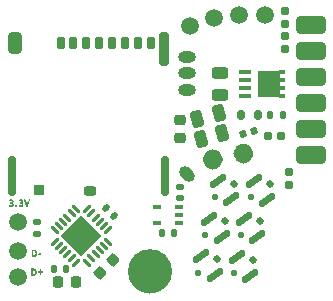
<source format=gbr>
%TF.GenerationSoftware,KiCad,Pcbnew,8.99.0-417-ga763d613e5*%
%TF.CreationDate,2024-07-02T15:16:59-04:00*%
%TF.ProjectId,kawaiiSD,6b617761-6969-4534-942e-6b696361645f,rev?*%
%TF.SameCoordinates,Original*%
%TF.FileFunction,Soldermask,Top*%
%TF.FilePolarity,Negative*%
%FSLAX46Y46*%
G04 Gerber Fmt 4.6, Leading zero omitted, Abs format (unit mm)*
G04 Created by KiCad (PCBNEW 8.99.0-417-ga763d613e5) date 2024-07-02 15:16:59*
%MOMM*%
%LPD*%
G01*
G04 APERTURE LIST*
G04 Aperture macros list*
%AMRoundRect*
0 Rectangle with rounded corners*
0 $1 Rounding radius*
0 $2 $3 $4 $5 $6 $7 $8 $9 X,Y pos of 4 corners*
0 Add a 4 corners polygon primitive as box body*
4,1,4,$2,$3,$4,$5,$6,$7,$8,$9,$2,$3,0*
0 Add four circle primitives for the rounded corners*
1,1,$1+$1,$2,$3*
1,1,$1+$1,$4,$5*
1,1,$1+$1,$6,$7*
1,1,$1+$1,$8,$9*
0 Add four rect primitives between the rounded corners*
20,1,$1+$1,$2,$3,$4,$5,0*
20,1,$1+$1,$4,$5,$6,$7,0*
20,1,$1+$1,$6,$7,$8,$9,0*
20,1,$1+$1,$8,$9,$2,$3,0*%
%AMHorizOval*
0 Thick line with rounded ends*
0 $1 width*
0 $2 $3 position (X,Y) of the first rounded end (center of the circle)*
0 $4 $5 position (X,Y) of the second rounded end (center of the circle)*
0 Add line between two ends*
20,1,$1,$2,$3,$4,$5,0*
0 Add two circle primitives to create the rounded ends*
1,1,$1,$2,$3*
1,1,$1,$4,$5*%
G04 Aperture macros list end*
%ADD10C,1.900000*%
%ADD11C,0.855000*%
%ADD12C,0.880000*%
%ADD13C,0.125000*%
%ADD14HorizOval,1.000000X-0.176777X0.176777X0.176777X-0.176777X0*%
%ADD15O,1.500000X1.000000*%
%ADD16C,1.500000*%
%ADD17RoundRect,0.100000X0.225000X0.100000X-0.225000X0.100000X-0.225000X-0.100000X0.225000X-0.100000X0*%
%ADD18RoundRect,0.175000X0.175000X-0.175000X0.175000X0.175000X-0.175000X0.175000X-0.175000X-0.175000X0*%
%ADD19RoundRect,0.137500X0.019427X0.211979X-0.205840X0.054245X-0.019427X-0.211979X0.205840X-0.054245X0*%
%ADD20RoundRect,0.145000X0.611522X0.251180X0.445184X0.488734X-0.611522X-0.251180X-0.445184X-0.488734X0*%
%ADD21RoundRect,0.125000X0.174091X-0.030697X0.030697X0.174091X-0.174091X0.030697X-0.030697X-0.174091X0*%
%ADD22RoundRect,0.150000X-0.150000X-0.250000X0.150000X-0.250000X0.150000X0.250000X-0.150000X0.250000X0*%
%ADD23RoundRect,0.140000X0.170000X-0.140000X0.170000X0.140000X-0.170000X0.140000X-0.170000X-0.140000X0*%
%ADD24RoundRect,0.225000X0.017678X-0.335876X0.335876X-0.017678X-0.017678X0.335876X-0.335876X0.017678X0*%
%ADD25RoundRect,0.300000X-0.950000X-0.450000X0.950000X-0.450000X0.950000X0.450000X-0.950000X0.450000X0*%
%ADD26RoundRect,0.101250X0.393750X-0.101250X0.393750X0.101250X-0.393750X0.101250X-0.393750X-0.101250X0*%
%ADD27RoundRect,0.101250X0.153750X-0.101250X0.153750X0.101250X-0.153750X0.101250X-0.153750X-0.101250X0*%
%ADD28RoundRect,0.095000X-0.855000X-1.022500X0.855000X-1.022500X0.855000X1.022500X-0.855000X1.022500X0*%
%ADD29RoundRect,0.140000X-0.219203X-0.021213X-0.021213X-0.219203X0.219203X0.021213X0.021213X0.219203X0*%
%ADD30RoundRect,0.175000X0.175000X0.175000X-0.175000X0.175000X-0.175000X-0.175000X0.175000X-0.175000X0*%
%ADD31RoundRect,0.140000X-0.091230X-0.200442X0.179229X-0.127973X0.091230X0.200442X-0.179229X0.127973X0*%
%ADD32RoundRect,0.062500X-0.220971X-0.309359X0.309359X0.220971X0.220971X0.309359X-0.309359X-0.220971X0*%
%ADD33RoundRect,0.062500X0.220971X-0.309359X0.309359X-0.220971X-0.220971X0.309359X-0.309359X0.220971X0*%
%ADD34RoundRect,0.187500X0.000000X-1.502602X1.502602X0.000000X0.000000X1.502602X-1.502602X0.000000X0*%
%ADD35RoundRect,0.140000X-0.140000X-0.170000X0.140000X-0.170000X0.140000X0.170000X-0.140000X0.170000X0*%
%ADD36RoundRect,0.175000X-0.175000X-0.375000X0.175000X-0.375000X0.175000X0.375000X-0.175000X0.375000X0*%
%ADD37RoundRect,0.225000X-0.225000X-0.240000X0.225000X-0.240000X0.225000X0.240000X-0.225000X0.240000X0*%
%ADD38RoundRect,0.195000X0.330000X-0.195000X0.330000X0.195000X-0.330000X0.195000X-0.330000X-0.195000X0*%
%ADD39RoundRect,0.175000X-0.175000X-1.490000X0.175000X-1.490000X0.175000X1.490000X-0.175000X1.490000X0*%
%ADD40RoundRect,0.215000X-0.215000X-1.185000X0.215000X-1.185000X0.215000X1.185000X-0.215000X1.185000X0*%
%ADD41RoundRect,0.285000X-0.285000X-0.630000X0.285000X-0.630000X0.285000X0.630000X-0.285000X0.630000X0*%
%ADD42RoundRect,0.250000X0.118542X0.523520X-0.364421X0.394110X-0.118542X-0.523520X0.364421X-0.394110X0*%
%ADD43RoundRect,0.243750X-0.456250X0.243750X-0.456250X-0.243750X0.456250X-0.243750X0.456250X0.243750X0*%
%ADD44RoundRect,0.175000X-0.175000X-0.175000X0.175000X-0.175000X0.175000X0.175000X-0.175000X0.175000X0*%
%ADD45RoundRect,0.140000X0.140000X0.170000X-0.140000X0.170000X-0.140000X-0.170000X0.140000X-0.170000X0*%
%ADD46RoundRect,0.225000X-0.250000X0.225000X-0.250000X-0.225000X0.250000X-0.225000X0.250000X0.225000X0*%
%ADD47RoundRect,0.225000X0.225000X0.250000X-0.225000X0.250000X-0.225000X-0.250000X0.225000X-0.250000X0*%
%ADD48RoundRect,0.135000X-0.135000X-0.185000X0.135000X-0.185000X0.135000X0.185000X-0.135000X0.185000X0*%
G04 APERTURE END LIST*
D10*
X159077131Y-122980230D02*
G75*
G02*
X157177131Y-122980230I-950000J0D01*
G01*
X157177131Y-122980230D02*
G75*
G02*
X159077131Y-122980230I950000J0D01*
G01*
D11*
X166467541Y-113004906D02*
G75*
G02*
X165612541Y-113004906I-427500J0D01*
G01*
X165612541Y-113004906D02*
G75*
G02*
X166467541Y-113004906I427500J0D01*
G01*
D12*
X163880041Y-113504906D02*
G75*
G02*
X163000041Y-113504906I-440000J0D01*
G01*
X163000041Y-113504906D02*
G75*
G02*
X163880041Y-113504906I440000J0D01*
G01*
D13*
G36*
X148241307Y-122729855D02*
G01*
X148275492Y-122732049D01*
X148308027Y-122736483D01*
X148338822Y-122743208D01*
X148367788Y-122752270D01*
X148394835Y-122763720D01*
X148431609Y-122785479D01*
X148463558Y-122812886D01*
X148490379Y-122846104D01*
X148505261Y-122871561D01*
X148517639Y-122899723D01*
X148527422Y-122930639D01*
X148534522Y-122964360D01*
X148538848Y-123000932D01*
X148540310Y-123040407D01*
X148538850Y-123079947D01*
X148534539Y-123116705D01*
X148527478Y-123150715D01*
X148517772Y-123182006D01*
X148505520Y-123210612D01*
X148490827Y-123236564D01*
X148464434Y-123270584D01*
X148433122Y-123298812D01*
X148397237Y-123321353D01*
X148357125Y-123338316D01*
X148328207Y-123346578D01*
X148297665Y-123352440D01*
X148265604Y-123355934D01*
X148232124Y-123357092D01*
X148085872Y-123357092D01*
X148078637Y-123356697D01*
X148052258Y-123343338D01*
X148043813Y-123315033D01*
X148043813Y-122849751D01*
X148194315Y-122849751D01*
X148194315Y-123236045D01*
X148214392Y-123236045D01*
X148241938Y-123234777D01*
X148275890Y-123228804D01*
X148306222Y-123217326D01*
X148332442Y-123199678D01*
X148354058Y-123175197D01*
X148370580Y-123143218D01*
X148379333Y-123113913D01*
X148384736Y-123079736D01*
X148386583Y-123040407D01*
X148385757Y-123013657D01*
X148381516Y-122978064D01*
X148373857Y-122947618D01*
X148358685Y-122914458D01*
X148338297Y-122889080D01*
X148313182Y-122870701D01*
X148283832Y-122858541D01*
X148250738Y-122851818D01*
X148214392Y-122849751D01*
X148194315Y-122849751D01*
X148043813Y-122849751D01*
X148043813Y-122771642D01*
X148044212Y-122764408D01*
X148057628Y-122738028D01*
X148085872Y-122729583D01*
X148223625Y-122729583D01*
X148241307Y-122729855D01*
G37*
G36*
X148658426Y-123087887D02*
G01*
X148784455Y-123087887D01*
X148784455Y-123221537D01*
X148792840Y-123249721D01*
X148819136Y-123263054D01*
X148826367Y-123263449D01*
X148851573Y-123263449D01*
X148879878Y-123255064D01*
X148893236Y-123228768D01*
X148893632Y-123221537D01*
X148893632Y-123087887D01*
X149020394Y-123087887D01*
X149048698Y-123079490D01*
X149062057Y-123053097D01*
X149062452Y-123045829D01*
X149062452Y-123024873D01*
X149054055Y-122996629D01*
X149027662Y-122983213D01*
X149020394Y-122982814D01*
X148893632Y-122982814D01*
X148893632Y-122848432D01*
X148885234Y-122820248D01*
X148858841Y-122806915D01*
X148851573Y-122806520D01*
X148826367Y-122806520D01*
X148798183Y-122814905D01*
X148784850Y-122841201D01*
X148784455Y-122848432D01*
X148784455Y-122982814D01*
X148658426Y-122982814D01*
X148630121Y-122991259D01*
X148616762Y-123017639D01*
X148616367Y-123024873D01*
X148616367Y-123045829D01*
X148624764Y-123074134D01*
X148651158Y-123087492D01*
X148658426Y-123087887D01*
G37*
G36*
X148293988Y-121132240D02*
G01*
X148328173Y-121134434D01*
X148360708Y-121138868D01*
X148391503Y-121145593D01*
X148420469Y-121154655D01*
X148447516Y-121166105D01*
X148484290Y-121187864D01*
X148516239Y-121215271D01*
X148543060Y-121248489D01*
X148557942Y-121273946D01*
X148570320Y-121302108D01*
X148580103Y-121333024D01*
X148587203Y-121366745D01*
X148591529Y-121403317D01*
X148592991Y-121442792D01*
X148591531Y-121482332D01*
X148587220Y-121519090D01*
X148580159Y-121553100D01*
X148570453Y-121584391D01*
X148558201Y-121612997D01*
X148543508Y-121638949D01*
X148517115Y-121672969D01*
X148485803Y-121701197D01*
X148449918Y-121723738D01*
X148409806Y-121740701D01*
X148380888Y-121748963D01*
X148350346Y-121754825D01*
X148318285Y-121758319D01*
X148284805Y-121759477D01*
X148138553Y-121759477D01*
X148131318Y-121759082D01*
X148104939Y-121745723D01*
X148096494Y-121717418D01*
X148096494Y-121252136D01*
X148246996Y-121252136D01*
X148246996Y-121638430D01*
X148267073Y-121638430D01*
X148294619Y-121637162D01*
X148328571Y-121631189D01*
X148358903Y-121619711D01*
X148385123Y-121602063D01*
X148406739Y-121577582D01*
X148423261Y-121545603D01*
X148432014Y-121516298D01*
X148437417Y-121482121D01*
X148439264Y-121442792D01*
X148438438Y-121416042D01*
X148434197Y-121380449D01*
X148426538Y-121350003D01*
X148411366Y-121316843D01*
X148390978Y-121291465D01*
X148365863Y-121273086D01*
X148336513Y-121260926D01*
X148303419Y-121254203D01*
X148267073Y-121252136D01*
X148246996Y-121252136D01*
X148096494Y-121252136D01*
X148096494Y-121174027D01*
X148096893Y-121166793D01*
X148110309Y-121140413D01*
X148138553Y-121131968D01*
X148276306Y-121131968D01*
X148293988Y-121132240D01*
G37*
G36*
X148678280Y-121502289D02*
G01*
X148678280Y-121523245D01*
X148686678Y-121551550D01*
X148713071Y-121564909D01*
X148720339Y-121565304D01*
X148874066Y-121565304D01*
X148902250Y-121556906D01*
X148915582Y-121530513D01*
X148915978Y-121523245D01*
X148915978Y-121502289D01*
X148907592Y-121474045D01*
X148881296Y-121460629D01*
X148874066Y-121460231D01*
X148720339Y-121460231D01*
X148692034Y-121468675D01*
X148678676Y-121495055D01*
X148678280Y-121502289D01*
G37*
G36*
X146377574Y-117524245D02*
G01*
X146411988Y-117522529D01*
X146445034Y-117517428D01*
X146476272Y-117509010D01*
X146505261Y-117497344D01*
X146531561Y-117482499D01*
X146554731Y-117464543D01*
X146579994Y-117435883D01*
X146597865Y-117401980D01*
X146605791Y-117373209D01*
X146608530Y-117341649D01*
X146604912Y-117305890D01*
X146594566Y-117274573D01*
X146578258Y-117247674D01*
X146556753Y-117225169D01*
X146530814Y-117207036D01*
X146501208Y-117193250D01*
X146488509Y-117188948D01*
X146488509Y-117184698D01*
X146517171Y-117170481D01*
X146541041Y-117153239D01*
X146563321Y-117128828D01*
X146578614Y-117100677D01*
X146586876Y-117069121D01*
X146588453Y-117046359D01*
X146586249Y-117016200D01*
X146576695Y-116980305D01*
X146560012Y-116949438D01*
X146536673Y-116923698D01*
X146507150Y-116903189D01*
X146471916Y-116888010D01*
X146442027Y-116880186D01*
X146409389Y-116875460D01*
X146374204Y-116873875D01*
X146341434Y-116875794D01*
X146310133Y-116881441D01*
X146280162Y-116890646D01*
X146251380Y-116903241D01*
X146223649Y-116919060D01*
X146214615Y-116925019D01*
X146196395Y-116948562D01*
X146203415Y-116977813D01*
X146207874Y-116983931D01*
X146229709Y-117010895D01*
X146255075Y-117027521D01*
X146284256Y-117019555D01*
X146288474Y-117016757D01*
X146314400Y-117002104D01*
X146343693Y-116992709D01*
X146367462Y-116990525D01*
X146398088Y-116994906D01*
X146424712Y-117012252D01*
X146437657Y-117042011D01*
X146438830Y-117057204D01*
X146433887Y-117086359D01*
X146414564Y-117112501D01*
X146387454Y-117127250D01*
X146354523Y-117135551D01*
X146341377Y-117137364D01*
X146312470Y-117147274D01*
X146298762Y-117175550D01*
X146298586Y-117180449D01*
X146298586Y-117204042D01*
X146308370Y-117233455D01*
X146337057Y-117246530D01*
X146342257Y-117247127D01*
X146374249Y-117250754D01*
X146405616Y-117258292D01*
X146432128Y-117271531D01*
X146451871Y-117295844D01*
X146458109Y-117327163D01*
X146458174Y-117331537D01*
X146451362Y-117362642D01*
X146432034Y-117385063D01*
X146401853Y-117398637D01*
X146367847Y-117403126D01*
X146362480Y-117403198D01*
X146330330Y-117399631D01*
X146299995Y-117389431D01*
X146274111Y-117375200D01*
X146265760Y-117369493D01*
X146237645Y-117358858D01*
X146210039Y-117373229D01*
X146206995Y-117377113D01*
X146186039Y-117405836D01*
X146175276Y-117434536D01*
X146189198Y-117462145D01*
X146191021Y-117463721D01*
X146217874Y-117483347D01*
X146248373Y-117499487D01*
X146276643Y-117510057D01*
X146307564Y-117517823D01*
X146341190Y-117522610D01*
X146377574Y-117524245D01*
G37*
G36*
X146802117Y-117523219D02*
G01*
X146833587Y-117517625D01*
X146859658Y-117502113D01*
X146878802Y-117478589D01*
X146889492Y-117448957D01*
X146891217Y-117430016D01*
X146886044Y-117397840D01*
X146871543Y-117370800D01*
X146849243Y-117350711D01*
X146820672Y-117339385D01*
X146802117Y-117337546D01*
X146770372Y-117343050D01*
X146744332Y-117358353D01*
X146725368Y-117381643D01*
X146714852Y-117411106D01*
X146713164Y-117430016D01*
X146718237Y-117462282D01*
X146732541Y-117489530D01*
X146754705Y-117509853D01*
X146783358Y-117521348D01*
X146802117Y-117523219D01*
G37*
G36*
X147183575Y-117524245D02*
G01*
X147217990Y-117522529D01*
X147251036Y-117517428D01*
X147282274Y-117509010D01*
X147311263Y-117497344D01*
X147337562Y-117482499D01*
X147360732Y-117464543D01*
X147385995Y-117435883D01*
X147403867Y-117401980D01*
X147411792Y-117373209D01*
X147414532Y-117341649D01*
X147410913Y-117305890D01*
X147400567Y-117274573D01*
X147384260Y-117247674D01*
X147362754Y-117225169D01*
X147336816Y-117207036D01*
X147307209Y-117193250D01*
X147294511Y-117188948D01*
X147294511Y-117184698D01*
X147323173Y-117170481D01*
X147347042Y-117153239D01*
X147369322Y-117128828D01*
X147384616Y-117100677D01*
X147392877Y-117069121D01*
X147394455Y-117046359D01*
X147392251Y-117016200D01*
X147382696Y-116980305D01*
X147366013Y-116949438D01*
X147342674Y-116923698D01*
X147313152Y-116903189D01*
X147277918Y-116888010D01*
X147248028Y-116880186D01*
X147215391Y-116875460D01*
X147180205Y-116873875D01*
X147147436Y-116875794D01*
X147116135Y-116881441D01*
X147086163Y-116890646D01*
X147057381Y-116903241D01*
X147029651Y-116919060D01*
X147020617Y-116925019D01*
X147002397Y-116948562D01*
X147009416Y-116977813D01*
X147013876Y-116983931D01*
X147035711Y-117010895D01*
X147061076Y-117027521D01*
X147090258Y-117019555D01*
X147094476Y-117016757D01*
X147120402Y-117002104D01*
X147149694Y-116992709D01*
X147173464Y-116990525D01*
X147204090Y-116994906D01*
X147230714Y-117012252D01*
X147243658Y-117042011D01*
X147244832Y-117057204D01*
X147239888Y-117086359D01*
X147220565Y-117112501D01*
X147193456Y-117127250D01*
X147160524Y-117135551D01*
X147147379Y-117137364D01*
X147118472Y-117147274D01*
X147104764Y-117175550D01*
X147104587Y-117180449D01*
X147104587Y-117204042D01*
X147114371Y-117233455D01*
X147143058Y-117246530D01*
X147148258Y-117247127D01*
X147180251Y-117250754D01*
X147211617Y-117258292D01*
X147238130Y-117271531D01*
X147257872Y-117295844D01*
X147264110Y-117327163D01*
X147264176Y-117331537D01*
X147257364Y-117362642D01*
X147238036Y-117385063D01*
X147207854Y-117398637D01*
X147173849Y-117403126D01*
X147168481Y-117403198D01*
X147136332Y-117399631D01*
X147105996Y-117389431D01*
X147080112Y-117375200D01*
X147071761Y-117369493D01*
X147043646Y-117358858D01*
X147016041Y-117373229D01*
X147012996Y-117377113D01*
X146992040Y-117405836D01*
X146981277Y-117434536D01*
X146995199Y-117462145D01*
X146997023Y-117463721D01*
X147023875Y-117483347D01*
X147054375Y-117499487D01*
X147082645Y-117510057D01*
X147113566Y-117517823D01*
X147147191Y-117522610D01*
X147183575Y-117524245D01*
G37*
G36*
X147466995Y-116934545D02*
G01*
X147629221Y-117480135D01*
X147645028Y-117505504D01*
X147674737Y-117515418D01*
X147676995Y-117515452D01*
X147783680Y-117515452D01*
X147812749Y-117507709D01*
X147830939Y-117482312D01*
X147831601Y-117480135D01*
X147993827Y-116936597D01*
X147992681Y-116905596D01*
X147966555Y-116890035D01*
X147958509Y-116889555D01*
X147893003Y-116889555D01*
X147863734Y-116897132D01*
X147846541Y-116923431D01*
X147845962Y-116925752D01*
X147784559Y-117175173D01*
X147776640Y-117206479D01*
X147769202Y-117237467D01*
X147761997Y-117268336D01*
X147754778Y-117299283D01*
X147747296Y-117330507D01*
X147739302Y-117362205D01*
X147735906Y-117375061D01*
X147731656Y-117375061D01*
X147723737Y-117343118D01*
X147716299Y-117311728D01*
X147709094Y-117280694D01*
X147701875Y-117249818D01*
X147694393Y-117218901D01*
X147686399Y-117187746D01*
X147683003Y-117175173D01*
X147620721Y-116925752D01*
X147605903Y-116899635D01*
X147578298Y-116889693D01*
X147573680Y-116889555D01*
X147502312Y-116889555D01*
X147472713Y-116897711D01*
X147465217Y-116926779D01*
X147466995Y-116934545D01*
G37*
D14*
%TO.C,TP6*%
X161290041Y-114754906D03*
%TD*%
D15*
%TO.C,TP4*%
X161240041Y-104804906D03*
%TD*%
%TO.C,TP5*%
X161240041Y-107604906D03*
%TD*%
%TO.C,TP10*%
X161240041Y-106204906D03*
%TD*%
D16*
%TO.C,TP19*%
X167840041Y-101304906D03*
%TD*%
D17*
%TO.C,U3*%
X160590041Y-118854906D03*
X160590039Y-118204907D03*
X160590041Y-117554906D03*
X158690041Y-117554906D03*
X158690041Y-118854906D03*
%TD*%
D18*
%TO.C,D9*%
X168090041Y-111504906D03*
X169190041Y-111504906D03*
%TD*%
D16*
%TO.C,TP25*%
X161494403Y-102235145D03*
%TD*%
%TO.C,TP1*%
X146943248Y-123480230D03*
%TD*%
D19*
%TO.C,J5*%
X163838715Y-121945668D03*
D20*
X162489408Y-121718521D03*
D21*
X162220889Y-123078482D03*
D20*
X163590674Y-123291291D03*
%TD*%
D22*
%TO.C,Z1*%
X165840041Y-109774906D03*
X167240041Y-109774906D03*
%TD*%
D23*
%TO.C,C12*%
X160640041Y-116784908D03*
X160640041Y-115824904D03*
%TD*%
D19*
%TO.C,J3*%
X166856490Y-121988488D03*
D20*
X165507183Y-121761341D03*
D21*
X165238664Y-123121302D03*
D20*
X166608449Y-123334111D03*
%TD*%
D24*
%TO.C,C4*%
X153863006Y-123128238D03*
X154959022Y-122032222D03*
%TD*%
D25*
%TO.C,VIN1*%
X171740041Y-106504906D03*
%TD*%
D26*
%TO.C,Q1*%
X166205041Y-106114906D03*
X166205041Y-106774906D03*
X166205041Y-107434906D03*
X166205041Y-108094906D03*
D27*
X169315041Y-108094906D03*
X169315041Y-107434906D03*
X169315041Y-106774906D03*
X169315041Y-106114906D03*
D28*
X168240041Y-107104906D03*
%TD*%
D29*
%TO.C,C5*%
X154408568Y-117590559D03*
X155087390Y-118269381D03*
%TD*%
D30*
%TO.C,D7*%
X169540041Y-102054906D03*
X169540041Y-100954906D03*
%TD*%
D31*
%TO.C,C9*%
X166017989Y-111334237D03*
X166945277Y-111085769D03*
%TD*%
D30*
%TO.C,D8*%
X169940041Y-115654906D03*
X169940041Y-114554906D03*
%TD*%
D16*
%TO.C,TP24*%
X163533275Y-101559043D03*
%TD*%
D25*
%TO.C,TP22*%
X171740041Y-113104906D03*
%TD*%
D32*
%TO.C,U1*%
X150073228Y-120466366D03*
X150426782Y-120819919D03*
X150780335Y-121173473D03*
X151133888Y-121527026D03*
X151487442Y-121880579D03*
X151840995Y-122234133D03*
D33*
X152813267Y-122234133D03*
X153166820Y-121880579D03*
X153520374Y-121527026D03*
X153873927Y-121173473D03*
X154227480Y-120819919D03*
X154581034Y-120466366D03*
D32*
X154581034Y-119494094D03*
X154227480Y-119140541D03*
X153873927Y-118786987D03*
X153520374Y-118433434D03*
X153166820Y-118079881D03*
X152813267Y-117726327D03*
D33*
X151840995Y-117726327D03*
X151487442Y-118079881D03*
X151133888Y-118433434D03*
X150780335Y-118786987D03*
X150426782Y-119140541D03*
X150073228Y-119494094D03*
D34*
X152327131Y-119980230D03*
%TD*%
D16*
%TO.C,TP2*%
X146943248Y-121280230D03*
%TD*%
D19*
%TO.C,J2*%
X167438715Y-118745668D03*
D20*
X166089408Y-118518521D03*
D21*
X165820889Y-119878482D03*
D20*
X167190674Y-120091291D03*
%TD*%
D16*
%TO.C,TP3*%
X146943248Y-118780230D03*
%TD*%
%TO.C,TP23*%
X165640041Y-101314872D03*
%TD*%
D35*
%TO.C,C13*%
X159160039Y-119704906D03*
X160120043Y-119704906D03*
%TD*%
D25*
%TO.C,TP18*%
X171740041Y-104304906D03*
%TD*%
D19*
%TO.C,J7*%
X168256489Y-115588489D03*
D20*
X166907183Y-115361340D03*
D21*
X166638664Y-116721302D03*
D20*
X168008449Y-116934112D03*
%TD*%
D25*
%TO.C,TP21*%
X171740041Y-110904906D03*
%TD*%
%TO.C,TP17*%
X171740041Y-102104906D03*
%TD*%
D36*
%TO.C,J1*%
X150552131Y-103640230D03*
X151652131Y-103640230D03*
X152752131Y-103640230D03*
X153852131Y-103640230D03*
X154952131Y-103640230D03*
X156052131Y-103640230D03*
X157152131Y-103640230D03*
X158252131Y-103640230D03*
D37*
X148762131Y-116105230D03*
D38*
X153027131Y-116180230D03*
D39*
X159412131Y-114905230D03*
D40*
X159332131Y-104140230D03*
D41*
X146672131Y-103655230D03*
D39*
X146452131Y-114905230D03*
%TD*%
D42*
%TO.C,C14*%
X164257670Y-111259028D03*
X162422412Y-111750784D03*
%TD*%
D23*
%TO.C,C1*%
X148543248Y-119795159D03*
X148543248Y-118835159D03*
%TD*%
D25*
%TO.C,TP20*%
X171740041Y-108704906D03*
%TD*%
D43*
%TO.C,F1*%
X164040041Y-106167406D03*
X164040041Y-108042406D03*
%TD*%
D44*
%TO.C,D6*%
X169540041Y-103054906D03*
X169540041Y-104154906D03*
%TD*%
D19*
%TO.C,J6*%
X165238714Y-115545669D03*
D20*
X163889408Y-115318520D03*
D21*
X163620889Y-116678482D03*
D20*
X164990674Y-116891292D03*
%TD*%
D45*
%TO.C,C3*%
X150991014Y-122780230D03*
X150031014Y-122780230D03*
%TD*%
D46*
%TO.C,C6*%
X160640041Y-110129906D03*
X160640041Y-111679906D03*
%TD*%
D47*
%TO.C,C2*%
X151886014Y-123880230D03*
X150336014Y-123880230D03*
%TD*%
D42*
%TO.C,C8*%
X163957670Y-109559028D03*
X162122412Y-110050784D03*
%TD*%
D19*
%TO.C,J4*%
X164438715Y-118745668D03*
D20*
X163089408Y-118518521D03*
D21*
X162820889Y-119878482D03*
D20*
X164190674Y-120091291D03*
%TD*%
D48*
%TO.C,R1*%
X168330041Y-109774906D03*
X169350041Y-109774906D03*
%TD*%
M02*

</source>
